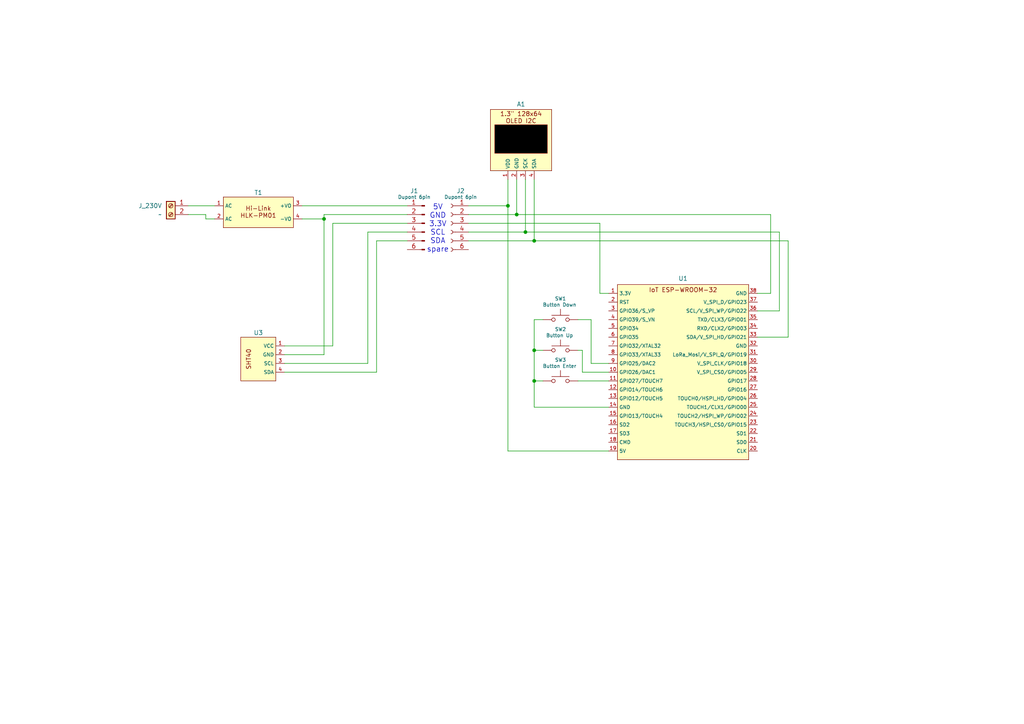
<source format=kicad_sch>
(kicad_sch (version 20250114) (generator "eeschema") (generator_version "9.0")
  (paper "A4")
  (title_block (title "Themostat WKR") (date "2025-09-01") (rev "0"))
  (lib_symbols
    (symbol "Connector:Conn_01x06_Pin" (pin_names (offset 1.016) (hide yes))
      (property "Reference" "J" (at 0 7.62 0))
      (property "Value" "Conn_01x06_Pin" (at 0 -10.16 0))
      (symbol "Conn_01x06_Pin_1_1"
        (rectangle (start 0.8636 5.207) (end 0 4.953) (stroke (width 0.1524)) (fill (type outline)))
        (rectangle (start 0.8636 2.667) (end 0 2.413) (stroke (width 0.1524)) (fill (type outline)))
        (rectangle (start 0.8636 0.127) (end 0 -0.127) (stroke (width 0.1524)) (fill (type outline)))
        (rectangle (start 0.8636 -2.413) (end 0 -2.667) (stroke (width 0.1524)) (fill (type outline)))
        (rectangle (start 0.8636 -4.953) (end 0 -5.207) (stroke (width 0.1524)) (fill (type outline)))
        (rectangle (start 0.8636 -7.493) (end 0 -7.747) (stroke (width 0.1524)) (fill (type outline)))
        (polyline (pts (xy 1.27 5.08) (xy 0.8636 5.08)) (stroke (width 0.1524)))
        (polyline (pts (xy 1.27 2.54) (xy 0.8636 2.54)) (stroke (width 0.1524)))
        (polyline (pts (xy 1.27 0) (xy 0.8636 0)) (stroke (width 0.1524)))
        (polyline (pts (xy 1.27 -2.54) (xy 0.8636 -2.54)) (stroke (width 0.1524)))
        (polyline (pts (xy 1.27 -5.08) (xy 0.8636 -5.08)) (stroke (width 0.1524)))
        (polyline (pts (xy 1.27 -7.62) (xy 0.8636 -7.62)) (stroke (width 0.1524)))
        (pin passive line (at 5.08 5.08 180) (length 3.81) (name "Pin_1") (number "1"))
        (pin passive line (at 5.08 2.54 180) (length 3.81) (name "Pin_2") (number "2"))
        (pin passive line (at 5.08 0 180) (length 3.81) (name "Pin_3") (number "3"))
        (pin passive line (at 5.08 -2.54 180) (length 3.81) (name "Pin_4") (number "4"))
        (pin passive line (at 5.08 -5.08 180) (length 3.81) (name "Pin_5") (number "5"))
        (pin passive line (at 5.08 -7.62 180) (length 3.81) (name "Pin_6") (number "6"))
      )
    )
    (symbol "Connector:Conn_01x06_Socket" (pin_names (offset 1.016) (hide yes))
      (property "Reference" "J" (at 0 7.62 0))
      (property "Value" "Conn_01x06_Socket" (at 0 -10.16 0))
      (symbol "Conn_01x06_Socket_1_1"
        (polyline (pts (xy -1.27 5.08) (xy -0.508 5.08)) (stroke (width 0.1524)))
        (polyline (pts (xy -1.27 2.54) (xy -0.508 2.54)) (stroke (width 0.1524)))
        (polyline (pts (xy -1.27 0) (xy -0.508 0)) (stroke (width 0.1524)))
        (polyline (pts (xy -1.27 -2.54) (xy -0.508 -2.54)) (stroke (width 0.1524)))
        (polyline (pts (xy -1.27 -5.08) (xy -0.508 -5.08)) (stroke (width 0.1524)))
        (polyline (pts (xy -1.27 -7.62) (xy -0.508 -7.62)) (stroke (width 0.1524)))
        (arc (start 0 4.572) (mid -0.5058 5.08) (end 0 5.588) (stroke (width 0.1524)))
        (arc (start 0 2.032) (mid -0.5058 2.54) (end 0 3.048) (stroke (width 0.1524)))
        (arc (start 0 -0.508) (mid -0.5058 0) (end 0 0.508) (stroke (width 0.1524)))
        (arc (start 0 -3.048) (mid -0.5058 -2.54) (end 0 -2.032) (stroke (width 0.1524)))
        (arc (start 0 -5.588) (mid -0.5058 -5.08) (end 0 -4.572) (stroke (width 0.1524)))
        (arc (start 0 -8.128) (mid -0.5058 -7.62) (end 0 -7.112) (stroke (width 0.1524)))
        (pin passive line (at -5.08 5.08 0) (length 3.81) (name "Pin_1") (number "1"))
        (pin passive line (at -5.08 2.54 0) (length 3.81) (name "Pin_2") (number "2"))
        (pin passive line (at -5.08 0 0) (length 3.81) (name "Pin_3") (number "3"))
        (pin passive line (at -5.08 -2.54 0) (length 3.81) (name "Pin_4") (number "4"))
        (pin passive line (at -5.08 -5.08 0) (length 3.81) (name "Pin_5") (number "5"))
        (pin passive line (at -5.08 -7.62 0) (length 3.81) (name "Pin_6") (number "6"))
      )
    )
    (symbol "Connector:Screw_Terminal_01x02" (pin_names (offset 1.016) (hide yes))
      (property "Reference" "J" (at 0 2.54 0))
      (property "Value" "Screw_Terminal_01x02" (at 0 -5.08 0))
      (symbol "Screw_Terminal_01x02_1_1"
        (rectangle (start -1.27 1.27) (end 1.27 -3.81) (stroke (width 0.254)) (fill (type background)))
        (polyline (pts (xy -0.5334 0.3302) (xy 0.3302 -0.508)) (stroke (width 0.1524)))
        (polyline (pts (xy -0.5334 -2.2098) (xy 0.3302 -3.048)) (stroke (width 0.1524)))
        (polyline (pts (xy -0.3556 0.508) (xy 0.508 -0.3302)) (stroke (width 0.1524)))
        (polyline (pts (xy -0.3556 -2.032) (xy 0.508 -2.8702)) (stroke (width 0.1524)))
        (circle (center 0 0) (radius 0.635) (stroke (width 0.1524)))
        (circle (center 0 -2.54) (radius 0.635) (stroke (width 0.1524)))
        (pin passive line (at -5.08 0 0) (length 3.81) (name "Pin_1") (number "1"))
        (pin passive line (at -5.08 -2.54 0) (length 3.81) (name "Pin_2") (number "2"))
      )
    )
    (symbol "DisplayLibrary:1.3inch_128x64_OLED_display_I2C"
      (property "Reference" "A" (at 0 0 0))
      (symbol "1.3inch_128x64_OLED_display_I2C_1_1"
        (rectangle (start -8.89 -2.54) (end 8.89 -20.32) (fill (type background)))
        (rectangle (start -7.62 -6.985) (end 7.62 -15.24) (fill (type color) (color 0 0 0 1)))
        (text "1.3\" 128x64\nOLED I2C" (at 0 -4.826 0) (effects (font (size 1.27 1.27))))
        (pin power_in line (at -3.81 -22.86 90) (length 2.54) (name "VDD") (number "1"))
        (pin power_in line (at -1.27 -22.86 90) (length 2.54) (name "GND") (number "2"))
        (pin bidirectional line (at 1.27 -22.86 90) (length 2.54) (name "SCK") (number "3"))
        (pin bidirectional line (at 3.81 -22.86 90) (length 2.54) (name "SDA") (number "4"))
      )
    )
    (symbol "ESP32Library:ESP-WROOM-32"
      (property "Reference" "U" (at 0 0 0))
      (symbol "ESP-WROOM-32_1_1"
        (rectangle (start -19.05 -2.54) (end 19.05 -53.34) (fill (type background)))
        (text "IoT ESP-WROOM-32" (at 0 -4.064 0) (effects (font (size 1.27 1.27))))
        (pin power_out line (at -21.59 -5.08 0) (length 2.54) (name "3.3V") (number "1"))
        (pin bidirectional line (at -21.59 -7.62 0) (length 2.54) (name "RST") (number "2"))
        (pin bidirectional line (at -21.59 -10.16 0) (length 2.54) (name "GPIO36/S_VP") (number "3"))
        (pin bidirectional line (at -21.59 -12.7 0) (length 2.54) (name "GPIO39/S_VN") (number "4"))
        (pin bidirectional line (at -21.59 -15.24 0) (length 2.54) (name "GPIO34") (number "5"))
        (pin bidirectional line (at -21.59 -17.78 0) (length 2.54) (name "GPIO35") (number "6"))
        (pin bidirectional line (at -21.59 -20.32 0) (length 2.54) (name "GPIO32/XTAL32") (number "7"))
        (pin bidirectional line (at -21.59 -22.86 0) (length 2.54) (name "GPIO33/XTAL33") (number "8"))
        (pin bidirectional line (at -21.59 -25.4 0) (length 2.54) (name "GPIO25/DAC2") (number "9"))
        (pin bidirectional line (at -21.59 -27.94 0) (length 2.54) (name "GPIO26/DAC1") (number "10"))
        (pin bidirectional line (at -21.59 -30.48 0) (length 2.54) (name "GPIO27/TOUCH7") (number "11"))
        (pin bidirectional line (at -21.59 -33.02 0) (length 2.54) (name "GPIO14/TOUCH6") (number "12"))
        (pin bidirectional line (at -21.59 -35.56 0) (length 2.54) (name "GPIO12/TOUCH5") (number "13"))
        (pin power_in line (at -21.59 -38.1 0) (length 2.54) (name "GND") (number "14"))
        (pin bidirectional line (at -21.59 -40.64 0) (length 2.54) (name "GPIO13/TOUCH4") (number "15"))
        (pin bidirectional line (at -21.59 -43.18 0) (length 2.54) (name "SD2") (number "16"))
        (pin bidirectional line (at -21.59 -45.72 0) (length 2.54) (name "SD3") (number "17"))
        (pin bidirectional line (at -21.59 -48.26 0) (length 2.54) (name "CMD") (number "18"))
        (pin power_in line (at -21.59 -50.8 0) (length 2.54) (name "5V") (number "19"))
        (pin power_in line (at 21.59 -5.08 180) (length 2.54) (name "GND") (number "38"))
        (pin bidirectional line (at 21.59 -7.62 180) (length 2.54) (name "V_SPI_D/GPIO23") (number "37"))
        (pin bidirectional line (at 21.59 -10.16 180) (length 2.54) (name "SCL/V_SPI_WP/GPIO22") (number "36"))
        (pin bidirectional line (at 21.59 -12.7 180) (length 2.54) (name "TXD/CLX3/GPIO01") (number "35"))
        (pin bidirectional line (at 21.59 -15.24 180) (length 2.54) (name "RXD/CLX2/GPIO03") (number "34"))
        (pin bidirectional line (at 21.59 -17.78 180) (length 2.54) (name "SDA/V_SPI_HD/GPIO21") (number "33"))
        (pin bidirectional line (at 21.59 -20.32 180) (length 2.54) (name "GND") (number "32"))
        (pin bidirectional line (at 21.59 -22.86 180) (length 2.54) (name "LoRa_Mosi/V_SPI_Q/GPIO19") (number "31"))
        (pin bidirectional line (at 21.59 -25.4 180) (length 2.54) (name "V_SPI_CLK/GPIO18") (number "30"))
        (pin bidirectional line (at 21.59 -27.94 180) (length 2.54) (name "V_SPI_CS0/GPIO05") (number "29"))
        (pin bidirectional line (at 21.59 -30.48 180) (length 2.54) (name "GPIO17") (number "28"))
        (pin bidirectional line (at 21.59 -33.02 180) (length 2.54) (name "GPIO16") (number "27"))
        (pin bidirectional line (at 21.59 -35.56 180) (length 2.54) (name "TOUCH0/HSPI_HD/GPIO04") (number "26"))
        (pin bidirectional line (at 21.59 -38.1 180) (length 2.54) (name "TOUCH1/CLX1/GPIO00") (number "25"))
        (pin bidirectional line (at 21.59 -40.64 180) (length 2.54) (name "TOUCH2/HSPI_WP/GPIO02") (number "24"))
        (pin bidirectional line (at 21.59 -43.18 180) (length 2.54) (name "TOUCH3/HSPI_CS0/GPIO15") (number "23"))
        (pin bidirectional line (at 21.59 -45.72 180) (length 2.54) (name "SD1") (number "22"))
        (pin bidirectional line (at 21.59 -48.26 180) (length 2.54) (name "SD0") (number "21"))
        (pin bidirectional line (at 21.59 -50.8 180) (length 2.54) (name "CLK") (number "20"))
      )
    )
    (symbol "PowerSupplyLibrary:HLK-PM01"
      (property "Reference" "T" (at 0 0 0))
      (symbol "HLK-PM01_1_1"
        (rectangle (start -10.16 -1.27) (end 10.16 -10.16) (fill (type background)))
        (text "Hi-Link\nHLK-PM01" (at 0 -5.588 0) (effects (font (size 1.27 1.27))))
        (pin power_in line (at -12.7 -3.81 0) (length 2.54) (name "AC") (number "1"))
        (pin power_in line (at -12.7 -7.62 0) (length 2.54) (name "AC") (number "2"))
        (pin power_out line (at 12.7 -3.81 180) (length 2.54) (name "+VO") (number "3"))
        (pin power_out line (at 12.7 -7.62 180) (length 2.54) (name "-VO") (number "4"))
      )
    )
    (symbol "SensorLibrary:SHT40"
      (property "Reference" "U" (at 0 0 0))
      (symbol "SHT40_1_1"
        (rectangle (start -5.08 -2.54) (end 5.08 -15.24) (fill (type background)))
        (text "SHT40" (at -2.794 -8.89 900) (effects (font (size 1.27 1.27))))
        (pin power_in line (at 7.62 -5.08 180) (length 2.54) (name "VCC") (number "1"))
        (pin power_in line (at 7.62 -7.62 180) (length 2.54) (name "GND") (number "2"))
        (pin power_in line (at 7.62 -10.16 180) (length 2.54) (name "SCL") (number "3"))
        (pin power_in line (at 7.62 -12.7 180) (length 2.54) (name "SDA") (number "4"))
      )
    )
    (symbol "Switch:SW_Push" (pin_numbers (hide yes)) (pin_names (offset 1.016) (hide yes))
      (property "Reference" "SW" (at 1.27 2.54 0))
      (property "Value" "SW_Push" (at 0 -1.524 0))
      (symbol "SW_Push_0_1"
        (circle (center -2.032 0) (radius 0.508))
        (polyline (pts (xy 0 1.27) (xy 0 3.048)))
        (circle (center 2.032 0) (radius 0.508))
        (polyline (pts (xy 2.54 1.27) (xy -2.54 1.27)))
        (pin passive line (at -5.08 0 0) (length 2.54) (name "1") (number "1"))
        (pin passive line (at 5.08 0 180) (length 2.54) (name "2") (number "2"))
      )
    )
  )
  (text "5V\nGND\n3.3V\nSCL\nSDA\nspare" (at 127 66.294 0) (effects (font (size 1.524 1.524))))
  (junction (at 154.94 69.85))
  (junction (at 152.4 67.31))
  (junction (at 93.98 63.5))
  (junction (at 154.94 110.49))
  (junction (at 149.86 62.23))
  (junction (at 147.32 59.69))
  (junction (at 154.94 101.6))
  (wire (pts (xy 168.91 101.6) (xy 168.91 107.95)))
  (wire (pts (xy 171.45 92.71) (xy 171.45 105.41)))
  (wire (pts (xy 135.89 69.85) (xy 154.94 69.85)))
  (wire (pts (xy 147.32 52.07) (xy 147.32 59.69)))
  (wire (pts (xy 93.98 62.23) (xy 118.11 62.23)))
  (wire (pts (xy 93.98 63.5) (xy 93.98 62.23)))
  (wire (pts (xy 167.64 101.6) (xy 168.91 101.6)))
  (wire (pts (xy 176.53 118.11) (xy 154.94 118.11)))
  (wire (pts (xy 228.6 69.85) (xy 154.94 69.85)))
  (wire (pts (xy 135.89 59.69) (xy 147.32 59.69)))
  (wire (pts (xy 167.64 110.49) (xy 176.53 110.49)))
  (wire (pts (xy 149.86 52.07) (xy 149.86 62.23)))
  (wire (pts (xy 152.4 67.31) (xy 152.4 52.07)))
  (wire (pts (xy 157.48 110.49) (xy 154.94 110.49)))
  (wire (pts (xy 154.94 101.6) (xy 157.48 101.6)))
  (wire (pts (xy 96.52 100.33) (xy 96.52 64.77)))
  (wire (pts (xy 173.99 64.77) (xy 135.89 64.77)))
  (wire (pts (xy 149.86 62.23) (xy 223.52 62.23)))
  (wire (pts (xy 135.89 62.23) (xy 149.86 62.23)))
  (wire (pts (xy 228.6 97.79) (xy 228.6 69.85)))
  (wire (pts (xy 226.06 90.17) (xy 226.06 67.31)))
  (wire (pts (xy 106.68 105.41) (xy 106.68 67.31)))
  (wire (pts (xy 82.55 107.95) (xy 109.22 107.95)))
  (wire (pts (xy 167.64 92.71) (xy 171.45 92.71)))
  (wire (pts (xy 168.91 107.95) (xy 176.53 107.95)))
  (wire (pts (xy 223.52 62.23) (xy 223.52 85.09)))
  (wire (pts (xy 106.68 67.31) (xy 118.11 67.31)))
  (wire (pts (xy 173.99 85.09) (xy 176.53 85.09)))
  (wire (pts (xy 109.22 69.85) (xy 118.11 69.85)))
  (wire (pts (xy 54.61 59.69) (xy 62.23 59.69)))
  (wire (pts (xy 157.48 92.71) (xy 154.94 92.71)))
  (wire (pts (xy 59.69 63.5) (xy 62.23 63.5)))
  (wire (pts (xy 171.45 105.41) (xy 176.53 105.41)))
  (wire (pts (xy 82.55 102.87) (xy 93.98 102.87)))
  (wire (pts (xy 147.32 130.81) (xy 176.53 130.81)))
  (wire (pts (xy 93.98 63.5) (xy 93.98 102.87)))
  (wire (pts (xy 154.94 69.85) (xy 154.94 52.07)))
  (wire (pts (xy 219.71 90.17) (xy 226.06 90.17)))
  (wire (pts (xy 82.55 105.41) (xy 106.68 105.41)))
  (wire (pts (xy 135.89 67.31) (xy 152.4 67.31)))
  (wire (pts (xy 223.52 85.09) (xy 219.71 85.09)))
  (wire (pts (xy 173.99 85.09) (xy 173.99 64.77)))
  (wire (pts (xy 54.61 62.23) (xy 59.69 62.23)))
  (wire (pts (xy 226.06 67.31) (xy 152.4 67.31)))
  (wire (pts (xy 154.94 92.71) (xy 154.94 101.6)))
  (wire (pts (xy 147.32 59.69) (xy 147.32 130.81)))
  (wire (pts (xy 59.69 62.23) (xy 59.69 63.5)))
  (wire (pts (xy 96.52 64.77) (xy 118.11 64.77)))
  (wire (pts (xy 219.71 97.79) (xy 228.6 97.79)))
  (wire (pts (xy 82.55 100.33) (xy 96.52 100.33)))
  (wire (pts (xy 109.22 107.95) (xy 109.22 69.85)))
  (wire (pts (xy 154.94 110.49) (xy 154.94 101.6)))
  (wire (pts (xy 87.63 59.69) (xy 118.11 59.69)))
  (wire (pts (xy 154.94 118.11) (xy 154.94 110.49)))
  (wire (pts (xy 87.63 63.5) (xy 93.98 63.5)))
  (symbol (lib_id "ESP32Library:ESP-WROOM-32") (at 198.12 80.01 0) (unit 1)
    (property "Reference" "U1" (at 198.12 80.772 0))
  )
  (symbol (lib_id "SensorLibrary:SHT40") (at 74.93 95.25 0) (unit 1)
    (property "Reference" "U3" (at 74.93 96.52 0))
  )
  (symbol (lib_id "DisplayLibrary:1.3inch_128x64_OLED_display_I2C") (at 151.13 29.21 0) (unit 1)
    (property "Reference" "A1" (at 151.13 30.226 0))
  )
  (symbol (lib_id "Switch:SW_Push") (at 162.56 110.49 0) (unit 1)
    (property "Reference" "SW3" (at 162.56 104.394 0) (effects (font (size 1.016 1.016))))
    (property "Value" "Button Enter" (at 162.306 106.172 0) (effects (font (size 1.016 1.016))))
    (property "Description" "Push button switch, generic, two pins" (effects (hide yes)))
  )
  (symbol (lib_id "Connector:Conn_01x06_Pin") (at 123.19 64.77 0) (mirror y) (unit 1)
    (property "Reference" "J1" (at 120.142 55.372 0))
    (property "Value" "Dupont 6pin" (at 120.142 57.15 0) (effects (font (size 1.016 1.016))))
    (property "Description" "Generic connector, single row, 01x06, script generated" (effects (hide yes)))
  )
  (symbol (lib_id "Connector:Conn_01x06_Socket") (at 130.81 64.77 0) (mirror y) (unit 1)
    (property "Reference" "J2" (at 133.604 55.372 0))
    (property "Value" "Dupont 6pin" (at 133.604 57.15 0) (effects (font (size 1.016 1.016))))
    (property "Description" "Generic connector, single row, 01x06, script generated" (effects (hide yes)))
  )
  (symbol (lib_id "Switch:SW_Push") (at 162.56 92.71 0) (unit 1)
    (property "Reference" "SW1" (at 162.56 86.614 0) (effects (font (size 1.016 1.016))))
    (property "Value" "Button Down" (at 162.306 88.392 0) (effects (font (size 1.016 1.016))))
    (property "Description" "Push button switch, generic, two pins" (effects (hide yes)))
  )
  (symbol (lib_id "Switch:SW_Push") (at 162.56 101.6 0) (unit 1)
    (property "Reference" "SW2" (at 162.56 95.504 0) (effects (font (size 1.016 1.016))))
    (property "Value" "Button Up" (at 162.306 97.282 0) (effects (font (size 1.016 1.016))))
    (property "Description" "Push button switch, generic, two pins" (effects (hide yes)))
  )
  (symbol (lib_id "PowerSupplyLibrary:HLK-PM01") (at 74.93 55.88 0) (unit 1)
    (property "Reference" "T1" (at 74.93 55.88 0))
  )
  (symbol (lib_id "Connector:Screw_Terminal_01x02") (at 49.53 59.69 0) (mirror y) (unit 1)
    (property "Reference" "J_230V" (at 46.99 59.6899 0) (effects (justify left)))
    (property "Value" "~" (at 46.99 62.2299 0) (effects (justify left)))
    (property "Description" "Generic screw terminal, single row, 01x02, script generated (kicad-library-utils/schlib/autogen/connector/)" (effects (hide yes)))
  )
)
</source>
